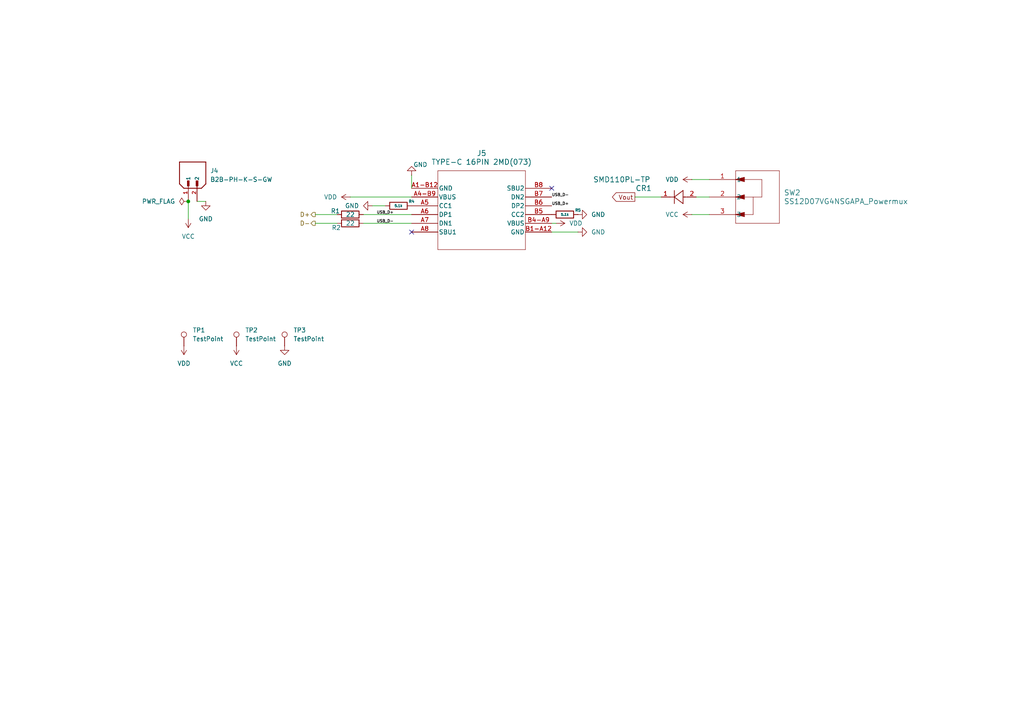
<source format=kicad_sch>
(kicad_sch
	(version 20231120)
	(generator "eeschema")
	(generator_version "8.0")
	(uuid "d71a2bca-483a-450e-85e9-6f9e8bde69b8")
	(paper "A4")
	(lib_symbols
		(symbol "B2B-XH-A:B2B-XH-A"
			(pin_names
				(offset 1.016)
			)
			(exclude_from_sim no)
			(in_bom yes)
			(on_board yes)
			(property "Reference" "J"
				(at -2.54 6.35 0)
				(effects
					(font
						(size 1.27 1.27)
					)
					(justify left bottom)
				)
			)
			(property "Value" "B2B-XH-A"
				(at -2.54 -5.08 0)
				(effects
					(font
						(size 1.27 1.27)
					)
					(justify left bottom)
				)
			)
			(property "Footprint" "B2B-XH-A:JST_B2B-XH-A"
				(at 0 0 0)
				(effects
					(font
						(size 1.27 1.27)
					)
					(justify bottom)
					(hide yes)
				)
			)
			(property "Datasheet" ""
				(at 0 0 0)
				(effects
					(font
						(size 1.27 1.27)
					)
					(hide yes)
				)
			)
			(property "Description" ""
				(at 0 0 0)
				(effects
					(font
						(size 1.27 1.27)
					)
					(hide yes)
				)
			)
			(property "PARTREV" "N/A"
				(at 0 0 0)
				(effects
					(font
						(size 1.27 1.27)
					)
					(justify bottom)
					(hide yes)
				)
			)
			(property "STANDARD" "Manufacturer Recommendations"
				(at 0 0 0)
				(effects
					(font
						(size 1.27 1.27)
					)
					(justify bottom)
					(hide yes)
				)
			)
			(property "MAXIMUM_PACKAGE_HEIGHT" "7 mm"
				(at 0 0 0)
				(effects
					(font
						(size 1.27 1.27)
					)
					(justify bottom)
					(hide yes)
				)
			)
			(property "MANUFACTURER" "JST Sales America Inc."
				(at 0 0 0)
				(effects
					(font
						(size 1.27 1.27)
					)
					(justify bottom)
					(hide yes)
				)
			)
			(symbol "B2B-XH-A_0_0"
				(rectangle
					(start -3.175 -0.3175)
					(end -1.5875 0.3175)
					(stroke
						(width 0.1)
						(type default)
					)
					(fill
						(type outline)
					)
				)
				(rectangle
					(start -3.175 2.2225)
					(end -1.5875 2.8575)
					(stroke
						(width 0.1)
						(type default)
					)
					(fill
						(type outline)
					)
				)
				(polyline
					(pts
						(xy -3.81 -1.27) (xy -2.54 -2.54)
					)
					(stroke
						(width 0.254)
						(type default)
					)
					(fill
						(type none)
					)
				)
				(polyline
					(pts
						(xy -3.81 3.81) (xy -3.81 -1.27)
					)
					(stroke
						(width 0.254)
						(type default)
					)
					(fill
						(type none)
					)
				)
				(polyline
					(pts
						(xy -3.81 3.81) (xy -2.54 5.08)
					)
					(stroke
						(width 0.254)
						(type default)
					)
					(fill
						(type none)
					)
				)
				(polyline
					(pts
						(xy -2.54 -2.54) (xy 3.81 -2.54)
					)
					(stroke
						(width 0.254)
						(type default)
					)
					(fill
						(type none)
					)
				)
				(polyline
					(pts
						(xy 3.81 -2.54) (xy 3.81 5.08)
					)
					(stroke
						(width 0.254)
						(type default)
					)
					(fill
						(type none)
					)
				)
				(polyline
					(pts
						(xy 3.81 5.08) (xy -2.54 5.08)
					)
					(stroke
						(width 0.254)
						(type default)
					)
					(fill
						(type none)
					)
				)
				(pin passive line
					(at -7.62 2.54 0)
					(length 5.08)
					(name "1"
						(effects
							(font
								(size 1.016 1.016)
							)
						)
					)
					(number "1"
						(effects
							(font
								(size 1.016 1.016)
							)
						)
					)
				)
				(pin passive line
					(at -7.62 0 0)
					(length 5.08)
					(name "2"
						(effects
							(font
								(size 1.016 1.016)
							)
						)
					)
					(number "2"
						(effects
							(font
								(size 1.016 1.016)
							)
						)
					)
				)
			)
		)
		(symbol "Connector:TestPoint"
			(pin_numbers hide)
			(pin_names
				(offset 0.762) hide)
			(exclude_from_sim no)
			(in_bom yes)
			(on_board yes)
			(property "Reference" "TP"
				(at 0 6.858 0)
				(effects
					(font
						(size 1.27 1.27)
					)
				)
			)
			(property "Value" "TestPoint"
				(at 0 5.08 0)
				(effects
					(font
						(size 1.27 1.27)
					)
				)
			)
			(property "Footprint" ""
				(at 5.08 0 0)
				(effects
					(font
						(size 1.27 1.27)
					)
					(hide yes)
				)
			)
			(property "Datasheet" "~"
				(at 5.08 0 0)
				(effects
					(font
						(size 1.27 1.27)
					)
					(hide yes)
				)
			)
			(property "Description" "test point"
				(at 0 0 0)
				(effects
					(font
						(size 1.27 1.27)
					)
					(hide yes)
				)
			)
			(property "ki_keywords" "test point tp"
				(at 0 0 0)
				(effects
					(font
						(size 1.27 1.27)
					)
					(hide yes)
				)
			)
			(property "ki_fp_filters" "Pin* Test*"
				(at 0 0 0)
				(effects
					(font
						(size 1.27 1.27)
					)
					(hide yes)
				)
			)
			(symbol "TestPoint_0_1"
				(circle
					(center 0 3.302)
					(radius 0.762)
					(stroke
						(width 0)
						(type default)
					)
					(fill
						(type none)
					)
				)
			)
			(symbol "TestPoint_1_1"
				(pin passive line
					(at 0 0 90)
					(length 2.54)
					(name "1"
						(effects
							(font
								(size 1.27 1.27)
							)
						)
					)
					(number "1"
						(effects
							(font
								(size 1.27 1.27)
							)
						)
					)
				)
			)
		)
		(symbol "Device:R"
			(pin_numbers hide)
			(pin_names
				(offset 0)
			)
			(exclude_from_sim no)
			(in_bom yes)
			(on_board yes)
			(property "Reference" "R"
				(at 2.032 0 90)
				(effects
					(font
						(size 1.27 1.27)
					)
				)
			)
			(property "Value" "R"
				(at 0 0 90)
				(effects
					(font
						(size 1.27 1.27)
					)
				)
			)
			(property "Footprint" ""
				(at -1.778 0 90)
				(effects
					(font
						(size 1.27 1.27)
					)
					(hide yes)
				)
			)
			(property "Datasheet" "~"
				(at 0 0 0)
				(effects
					(font
						(size 1.27 1.27)
					)
					(hide yes)
				)
			)
			(property "Description" "Resistor"
				(at 0 0 0)
				(effects
					(font
						(size 1.27 1.27)
					)
					(hide yes)
				)
			)
			(property "ki_keywords" "R res resistor"
				(at 0 0 0)
				(effects
					(font
						(size 1.27 1.27)
					)
					(hide yes)
				)
			)
			(property "ki_fp_filters" "R_*"
				(at 0 0 0)
				(effects
					(font
						(size 1.27 1.27)
					)
					(hide yes)
				)
			)
			(symbol "R_0_1"
				(rectangle
					(start -1.016 -2.54)
					(end 1.016 2.54)
					(stroke
						(width 0.254)
						(type default)
					)
					(fill
						(type none)
					)
				)
			)
			(symbol "R_1_1"
				(pin passive line
					(at 0 3.81 270)
					(length 1.27)
					(name "~"
						(effects
							(font
								(size 1.27 1.27)
							)
						)
					)
					(number "1"
						(effects
							(font
								(size 1.27 1.27)
							)
						)
					)
				)
				(pin passive line
					(at 0 -3.81 90)
					(length 1.27)
					(name "~"
						(effects
							(font
								(size 1.27 1.27)
							)
						)
					)
					(number "2"
						(effects
							(font
								(size 1.27 1.27)
							)
						)
					)
				)
			)
		)
		(symbol "Motor_Flasher_Modified:SMD110PL-TP"
			(pin_names
				(offset 0.254)
			)
			(exclude_from_sim no)
			(in_bom yes)
			(on_board yes)
			(property "Reference" "CR2"
				(at 5.08 -6.35 0)
				(effects
					(font
						(size 1.524 1.524)
					)
				)
			)
			(property "Value" "SMD110PL-TP"
				(at 5.08 -3.81 0)
				(effects
					(font
						(size 1.524 1.524)
					)
				)
			)
			(property "Footprint" "Motor-Flasher:SOD-123FL_MCC"
				(at -0.254 6.096 0)
				(effects
					(font
						(size 1.27 1.27)
						(italic yes)
					)
					(hide yes)
				)
			)
			(property "Datasheet" "SMD110PL-TP"
				(at -0.508 3.81 0)
				(effects
					(font
						(size 1.27 1.27)
						(italic yes)
					)
					(hide yes)
				)
			)
			(property "Description" ""
				(at 0 0 0)
				(effects
					(font
						(size 1.27 1.27)
					)
					(hide yes)
				)
			)
			(property "ki_locked" ""
				(at 0 0 0)
				(effects
					(font
						(size 1.27 1.27)
					)
				)
			)
			(property "ki_keywords" "SMD110PL-TP"
				(at 0 0 0)
				(effects
					(font
						(size 1.27 1.27)
					)
					(hide yes)
				)
			)
			(property "ki_fp_filters" "SOD-123FL_MCC SOD-123FL_MCC-M SOD-123FL_MCC-L"
				(at 0 0 0)
				(effects
					(font
						(size 1.27 1.27)
					)
					(hide yes)
				)
			)
			(symbol "SMD110PL-TP_1_1"
				(polyline
					(pts
						(xy 2.54 0) (xy 3.4798 0)
					)
					(stroke
						(width 0.2032)
						(type default)
					)
					(fill
						(type none)
					)
				)
				(polyline
					(pts
						(xy 3.175 0) (xy 3.81 0)
					)
					(stroke
						(width 0.2032)
						(type default)
					)
					(fill
						(type none)
					)
				)
				(polyline
					(pts
						(xy 3.81 -1.905) (xy 6.35 0)
					)
					(stroke
						(width 0.2032)
						(type default)
					)
					(fill
						(type none)
					)
				)
				(polyline
					(pts
						(xy 3.81 1.905) (xy 3.81 -1.905)
					)
					(stroke
						(width 0.2032)
						(type default)
					)
					(fill
						(type none)
					)
				)
				(polyline
					(pts
						(xy 6.35 -1.905) (xy 6.35 1.905)
					)
					(stroke
						(width 0.2032)
						(type default)
					)
					(fill
						(type none)
					)
				)
				(polyline
					(pts
						(xy 6.35 0) (xy 3.81 1.905)
					)
					(stroke
						(width 0.2032)
						(type default)
					)
					(fill
						(type none)
					)
				)
				(polyline
					(pts
						(xy 6.35 0) (xy 7.62 0)
					)
					(stroke
						(width 0.2032)
						(type default)
					)
					(fill
						(type none)
					)
				)
				(pin power_out line
					(at 10.16 0 180)
					(length 2.54)
					(name ""
						(effects
							(font
								(size 1.27 1.27)
							)
						)
					)
					(number "1"
						(effects
							(font
								(size 1.27 1.27)
							)
						)
					)
				)
				(pin power_in line
					(at 0 0 0)
					(length 2.54)
					(name ""
						(effects
							(font
								(size 1.27 1.27)
							)
						)
					)
					(number "2"
						(effects
							(font
								(size 1.27 1.27)
							)
						)
					)
				)
			)
			(symbol "SMD110PL-TP_1_2"
				(polyline
					(pts
						(xy -1.905 3.81) (xy 1.905 3.81)
					)
					(stroke
						(width 0.2032)
						(type default)
					)
					(fill
						(type none)
					)
				)
				(polyline
					(pts
						(xy 0 2.54) (xy 0 3.4798)
					)
					(stroke
						(width 0.2032)
						(type default)
					)
					(fill
						(type none)
					)
				)
				(polyline
					(pts
						(xy 0 3.175) (xy 0 3.81)
					)
					(stroke
						(width 0.2032)
						(type default)
					)
					(fill
						(type none)
					)
				)
				(polyline
					(pts
						(xy 0 6.35) (xy -1.905 3.81)
					)
					(stroke
						(width 0.2032)
						(type default)
					)
					(fill
						(type none)
					)
				)
				(polyline
					(pts
						(xy 0 6.35) (xy 0 7.62)
					)
					(stroke
						(width 0.2032)
						(type default)
					)
					(fill
						(type none)
					)
				)
				(polyline
					(pts
						(xy 1.905 3.81) (xy 0 6.35)
					)
					(stroke
						(width 0.2032)
						(type default)
					)
					(fill
						(type none)
					)
				)
				(polyline
					(pts
						(xy 1.905 6.35) (xy -1.905 6.35)
					)
					(stroke
						(width 0.2032)
						(type default)
					)
					(fill
						(type none)
					)
				)
				(pin unspecified line
					(at 0 10.16 270)
					(length 2.54)
					(name ""
						(effects
							(font
								(size 1.27 1.27)
							)
						)
					)
					(number "1"
						(effects
							(font
								(size 1.27 1.27)
							)
						)
					)
				)
				(pin unspecified line
					(at 0 0 90)
					(length 2.54)
					(name ""
						(effects
							(font
								(size 1.27 1.27)
							)
						)
					)
					(number "2"
						(effects
							(font
								(size 1.27 1.27)
							)
						)
					)
				)
			)
		)
		(symbol "Motor_Flasher_Modified:SS12D07VG4NSGAPA_Powermux"
			(pin_names
				(offset 0.254)
			)
			(exclude_from_sim no)
			(in_bom yes)
			(on_board yes)
			(property "Reference" "SW2"
				(at 21.59 -3.81 0)
				(effects
					(font
						(size 1.524 1.524)
					)
					(justify left)
				)
			)
			(property "Value" "SS12D07VG4NSGAPA_Powermux"
				(at 21.59 -6.35 0)
				(effects
					(font
						(size 1.524 1.524)
					)
					(justify left)
				)
			)
			(property "Footprint" "Motor-Flasher:SS12D07_CNK"
				(at 2.286 6.35 0)
				(effects
					(font
						(size 1.27 1.27)
						(italic yes)
					)
					(hide yes)
				)
			)
			(property "Datasheet" "SS12D07VG4NSGAPA"
				(at 0 8.382 0)
				(effects
					(font
						(size 1.27 1.27)
						(italic yes)
					)
					(hide yes)
				)
			)
			(property "Description" ""
				(at 0 0 0)
				(effects
					(font
						(size 1.27 1.27)
					)
					(hide yes)
				)
			)
			(property "ki_locked" ""
				(at 0 0 0)
				(effects
					(font
						(size 1.27 1.27)
					)
				)
			)
			(property "ki_keywords" "SS12D07VG4NSGAPA"
				(at 0 0 0)
				(effects
					(font
						(size 1.27 1.27)
					)
					(hide yes)
				)
			)
			(property "ki_fp_filters" "SS12D07_CNK"
				(at 0 0 0)
				(effects
					(font
						(size 1.27 1.27)
					)
					(hide yes)
				)
			)
			(symbol "SS12D07VG4NSGAPA_Powermux_0_1"
				(polyline
					(pts
						(xy 7.62 -12.7) (xy 20.32 -12.7)
					)
					(stroke
						(width 0.127)
						(type default)
					)
					(fill
						(type none)
					)
				)
				(polyline
					(pts
						(xy 7.62 -10.16) (xy 10.16 -9.525)
					)
					(stroke
						(width 0.127)
						(type default)
					)
					(fill
						(type none)
					)
				)
				(polyline
					(pts
						(xy 7.62 -5.08) (xy 10.16 -4.445)
					)
					(stroke
						(width 0.127)
						(type default)
					)
					(fill
						(type none)
					)
				)
				(polyline
					(pts
						(xy 7.62 -5.08) (xy 15.24 -5.08)
					)
					(stroke
						(width 0.127)
						(type default)
					)
					(fill
						(type none)
					)
				)
				(polyline
					(pts
						(xy 7.62 0) (xy 10.16 0.635)
					)
					(stroke
						(width 0.127)
						(type default)
					)
					(fill
						(type none)
					)
				)
				(polyline
					(pts
						(xy 7.62 0) (xy 15.24 0)
					)
					(stroke
						(width 0.127)
						(type default)
					)
					(fill
						(type none)
					)
				)
				(polyline
					(pts
						(xy 7.62 2.54) (xy 7.62 -12.7)
					)
					(stroke
						(width 0.127)
						(type default)
					)
					(fill
						(type none)
					)
				)
				(polyline
					(pts
						(xy 10.16 -10.795) (xy 7.62 -10.16)
					)
					(stroke
						(width 0.127)
						(type default)
					)
					(fill
						(type none)
					)
				)
				(polyline
					(pts
						(xy 10.16 -9.525) (xy 10.16 -10.795)
					)
					(stroke
						(width 0.127)
						(type default)
					)
					(fill
						(type none)
					)
				)
				(polyline
					(pts
						(xy 10.16 -5.715) (xy 7.62 -5.08)
					)
					(stroke
						(width 0.127)
						(type default)
					)
					(fill
						(type none)
					)
				)
				(polyline
					(pts
						(xy 10.16 -4.445) (xy 10.16 -5.715)
					)
					(stroke
						(width 0.127)
						(type default)
					)
					(fill
						(type none)
					)
				)
				(polyline
					(pts
						(xy 10.16 -0.635) (xy 7.62 0)
					)
					(stroke
						(width 0.127)
						(type default)
					)
					(fill
						(type none)
					)
				)
				(polyline
					(pts
						(xy 10.16 0.635) (xy 10.16 -0.635)
					)
					(stroke
						(width 0.127)
						(type default)
					)
					(fill
						(type none)
					)
				)
				(polyline
					(pts
						(xy 12.7 -10.16) (xy 7.62 -10.16)
					)
					(stroke
						(width 0.127)
						(type default)
					)
					(fill
						(type none)
					)
				)
				(polyline
					(pts
						(xy 12.7 -5.08) (xy 12.7 -10.16)
					)
					(stroke
						(width 0.127)
						(type default)
					)
					(fill
						(type none)
					)
				)
				(polyline
					(pts
						(xy 15.24 0) (xy 15.24 -5.08)
					)
					(stroke
						(width 0.127)
						(type default)
					)
					(fill
						(type none)
					)
				)
				(polyline
					(pts
						(xy 20.32 -12.7) (xy 20.32 2.54)
					)
					(stroke
						(width 0.127)
						(type default)
					)
					(fill
						(type none)
					)
				)
				(polyline
					(pts
						(xy 20.32 2.54) (xy 7.62 2.54)
					)
					(stroke
						(width 0.127)
						(type default)
					)
					(fill
						(type none)
					)
				)
				(polyline
					(pts
						(xy 7.62 -10.16) (xy 10.16 -9.525) (xy 10.16 -10.795)
					)
					(stroke
						(width 0)
						(type default)
					)
					(fill
						(type outline)
					)
				)
				(polyline
					(pts
						(xy 7.62 -5.08) (xy 10.16 -4.445) (xy 10.16 -5.715)
					)
					(stroke
						(width 0)
						(type default)
					)
					(fill
						(type outline)
					)
				)
				(polyline
					(pts
						(xy 7.62 0) (xy 10.16 0.635) (xy 10.16 -0.635)
					)
					(stroke
						(width 0)
						(type default)
					)
					(fill
						(type outline)
					)
				)
			)
			(symbol "SS12D07VG4NSGAPA_Powermux_1_1"
				(pin power_in line
					(at 0 0 0)
					(length 7.62)
					(name "1"
						(effects
							(font
								(size 1.27 1.27)
							)
						)
					)
					(number "1"
						(effects
							(font
								(size 1.27 1.27)
							)
						)
					)
				)
				(pin power_out line
					(at 0 -5.08 0)
					(length 7.62)
					(name "2"
						(effects
							(font
								(size 1.27 1.27)
							)
						)
					)
					(number "2"
						(effects
							(font
								(size 1.27 1.27)
							)
						)
					)
				)
				(pin power_in line
					(at 0 -10.16 0)
					(length 7.62)
					(name "3"
						(effects
							(font
								(size 1.27 1.27)
							)
						)
					)
					(number "3"
						(effects
							(font
								(size 1.27 1.27)
							)
						)
					)
				)
			)
		)
		(symbol "Motor_Flasher_Modified:TYPE-C_16PIN_2MD(073)"
			(pin_names
				(offset 0.254)
			)
			(exclude_from_sim no)
			(in_bom yes)
			(on_board yes)
			(property "Reference" "J1"
				(at 20.32 10.16 0)
				(effects
					(font
						(size 1.524 1.524)
					)
				)
			)
			(property "Value" "TYPE-C 16PIN 2MD(073)"
				(at 20.32 7.62 0)
				(effects
					(font
						(size 1.524 1.524)
					)
				)
			)
			(property "Footprint" "Motor-Flasher:GCT_USB4105-GF-A"
				(at 0 0 0)
				(effects
					(font
						(size 1.27 1.27)
						(italic yes)
					)
					(hide yes)
				)
			)
			(property "Datasheet" "USB4105-GF-A"
				(at 0 0 0)
				(effects
					(font
						(size 1.27 1.27)
						(italic yes)
					)
					(hide yes)
				)
			)
			(property "Description" ""
				(at 0 0 0)
				(effects
					(font
						(size 1.27 1.27)
					)
					(hide yes)
				)
			)
			(property "ki_locked" ""
				(at 0 0 0)
				(effects
					(font
						(size 1.27 1.27)
					)
				)
			)
			(property "ki_keywords" "USB4105-GF-A"
				(at 0 0 0)
				(effects
					(font
						(size 1.27 1.27)
					)
					(hide yes)
				)
			)
			(property "ki_fp_filters" "USB4105_GCT"
				(at 0 0 0)
				(effects
					(font
						(size 1.27 1.27)
					)
					(hide yes)
				)
			)
			(symbol "TYPE-C_16PIN_2MD(073)_0_1"
				(polyline
					(pts
						(xy 7.62 -17.78) (xy 33.02 -17.78)
					)
					(stroke
						(width 0.127)
						(type default)
					)
					(fill
						(type none)
					)
				)
				(polyline
					(pts
						(xy 7.62 5.08) (xy 7.62 -17.78)
					)
					(stroke
						(width 0.127)
						(type default)
					)
					(fill
						(type none)
					)
				)
				(polyline
					(pts
						(xy 33.02 -17.78) (xy 33.02 5.08)
					)
					(stroke
						(width 0.127)
						(type default)
					)
					(fill
						(type none)
					)
				)
				(polyline
					(pts
						(xy 33.02 5.08) (xy 7.62 5.08)
					)
					(stroke
						(width 0.127)
						(type default)
					)
					(fill
						(type none)
					)
				)
				(pin power_out line
					(at 0 0 0)
					(length 7.62)
					(name "GND"
						(effects
							(font
								(size 1.27 1.27)
							)
						)
					)
					(number "A1-B12"
						(effects
							(font
								(size 1.27 1.27)
							)
						)
					)
				)
				(pin bidirectional line
					(at 0 -5.08 0)
					(length 7.62)
					(name "CC1"
						(effects
							(font
								(size 1.27 1.27)
							)
						)
					)
					(number "A5"
						(effects
							(font
								(size 1.27 1.27)
							)
						)
					)
				)
				(pin bidirectional line
					(at 0 -7.62 0)
					(length 7.62)
					(name "DP1"
						(effects
							(font
								(size 1.27 1.27)
							)
						)
					)
					(number "A6"
						(effects
							(font
								(size 1.27 1.27)
							)
						)
					)
				)
				(pin bidirectional line
					(at 0 -10.16 0)
					(length 7.62)
					(name "DN1"
						(effects
							(font
								(size 1.27 1.27)
							)
						)
					)
					(number "A7"
						(effects
							(font
								(size 1.27 1.27)
							)
						)
					)
				)
				(pin bidirectional line
					(at 0 -12.7 0)
					(length 7.62)
					(name "SBU1"
						(effects
							(font
								(size 1.27 1.27)
							)
						)
					)
					(number "A8"
						(effects
							(font
								(size 1.27 1.27)
							)
						)
					)
				)
				(pin bidirectional line
					(at 40.64 -7.62 180)
					(length 7.62)
					(name "CC2"
						(effects
							(font
								(size 1.27 1.27)
							)
						)
					)
					(number "B5"
						(effects
							(font
								(size 1.27 1.27)
							)
						)
					)
				)
				(pin bidirectional line
					(at 40.64 -5.08 180)
					(length 7.62)
					(name "DP2"
						(effects
							(font
								(size 1.27 1.27)
							)
						)
					)
					(number "B6"
						(effects
							(font
								(size 1.27 1.27)
							)
						)
					)
				)
				(pin bidirectional line
					(at 40.64 -2.54 180)
					(length 7.62)
					(name "DN2"
						(effects
							(font
								(size 1.27 1.27)
							)
						)
					)
					(number "B7"
						(effects
							(font
								(size 1.27 1.27)
							)
						)
					)
				)
				(pin bidirectional line
					(at 40.64 0 180)
					(length 7.62)
					(name "SBU2"
						(effects
							(font
								(size 1.27 1.27)
							)
						)
					)
					(number "B8"
						(effects
							(font
								(size 1.27 1.27)
							)
						)
					)
				)
			)
			(symbol "TYPE-C_16PIN_2MD(073)_1_1"
				(pin power_out line
					(at 0 -2.54 0)
					(length 7.62)
					(name "VBUS"
						(effects
							(font
								(size 1.27 1.27)
							)
						)
					)
					(number "A4-B9"
						(effects
							(font
								(size 1.27 1.27)
							)
						)
					)
				)
				(pin power_in line
					(at 40.64 -12.7 180)
					(length 7.62)
					(name "GND"
						(effects
							(font
								(size 1.27 1.27)
							)
						)
					)
					(number "B1-A12"
						(effects
							(font
								(size 1.27 1.27)
							)
						)
					)
				)
				(pin power_in line
					(at 40.64 -10.16 180)
					(length 7.62)
					(name "VBUS"
						(effects
							(font
								(size 1.27 1.27)
							)
						)
					)
					(number "B4-A9"
						(effects
							(font
								(size 1.27 1.27)
							)
						)
					)
				)
			)
		)
		(symbol "VCC_1"
			(power)
			(pin_numbers hide)
			(pin_names
				(offset 0) hide)
			(exclude_from_sim no)
			(in_bom yes)
			(on_board yes)
			(property "Reference" "#PWR"
				(at 0 -3.81 0)
				(effects
					(font
						(size 1.27 1.27)
					)
					(hide yes)
				)
			)
			(property "Value" "VCC"
				(at 0 3.556 0)
				(effects
					(font
						(size 1.27 1.27)
					)
				)
			)
			(property "Footprint" ""
				(at 0 0 0)
				(effects
					(font
						(size 1.27 1.27)
					)
					(hide yes)
				)
			)
			(property "Datasheet" ""
				(at 0 0 0)
				(effects
					(font
						(size 1.27 1.27)
					)
					(hide yes)
				)
			)
			(property "Description" "Power symbol creates a global label with name \"VCC\""
				(at 0 0 0)
				(effects
					(font
						(size 1.27 1.27)
					)
					(hide yes)
				)
			)
			(property "ki_keywords" "global power"
				(at 0 0 0)
				(effects
					(font
						(size 1.27 1.27)
					)
					(hide yes)
				)
			)
			(symbol "VCC_1_0_1"
				(polyline
					(pts
						(xy -0.762 1.27) (xy 0 2.54)
					)
					(stroke
						(width 0)
						(type default)
					)
					(fill
						(type none)
					)
				)
				(polyline
					(pts
						(xy 0 0) (xy 0 2.54)
					)
					(stroke
						(width 0)
						(type default)
					)
					(fill
						(type none)
					)
				)
				(polyline
					(pts
						(xy 0 2.54) (xy 0.762 1.27)
					)
					(stroke
						(width 0)
						(type default)
					)
					(fill
						(type none)
					)
				)
			)
			(symbol "VCC_1_1_1"
				(pin power_in line
					(at 0 0 90)
					(length 0)
					(name "~"
						(effects
							(font
								(size 1.27 1.27)
							)
						)
					)
					(number "1"
						(effects
							(font
								(size 1.27 1.27)
							)
						)
					)
				)
			)
		)
		(symbol "VCC_2"
			(power)
			(pin_numbers hide)
			(pin_names
				(offset 0) hide)
			(exclude_from_sim no)
			(in_bom yes)
			(on_board yes)
			(property "Reference" "#PWR"
				(at 0 -3.81 0)
				(effects
					(font
						(size 1.27 1.27)
					)
					(hide yes)
				)
			)
			(property "Value" "VCC"
				(at 0 3.556 0)
				(effects
					(font
						(size 1.27 1.27)
					)
				)
			)
			(property "Footprint" ""
				(at 0 0 0)
				(effects
					(font
						(size 1.27 1.27)
					)
					(hide yes)
				)
			)
			(property "Datasheet" ""
				(at 0 0 0)
				(effects
					(font
						(size 1.27 1.27)
					)
					(hide yes)
				)
			)
			(property "Description" "Power symbol creates a global label with name \"VCC\""
				(at 0 0 0)
				(effects
					(font
						(size 1.27 1.27)
					)
					(hide yes)
				)
			)
			(property "ki_keywords" "global power"
				(at 0 0 0)
				(effects
					(font
						(size 1.27 1.27)
					)
					(hide yes)
				)
			)
			(symbol "VCC_2_0_1"
				(polyline
					(pts
						(xy -0.762 1.27) (xy 0 2.54)
					)
					(stroke
						(width 0)
						(type default)
					)
					(fill
						(type none)
					)
				)
				(polyline
					(pts
						(xy 0 0) (xy 0 2.54)
					)
					(stroke
						(width 0)
						(type default)
					)
					(fill
						(type none)
					)
				)
				(polyline
					(pts
						(xy 0 2.54) (xy 0.762 1.27)
					)
					(stroke
						(width 0)
						(type default)
					)
					(fill
						(type none)
					)
				)
			)
			(symbol "VCC_2_1_1"
				(pin power_in line
					(at 0 0 90)
					(length 0)
					(name "~"
						(effects
							(font
								(size 1.27 1.27)
							)
						)
					)
					(number "1"
						(effects
							(font
								(size 1.27 1.27)
							)
						)
					)
				)
			)
		)
		(symbol "power:GND"
			(power)
			(pin_numbers hide)
			(pin_names
				(offset 0) hide)
			(exclude_from_sim no)
			(in_bom yes)
			(on_board yes)
			(property "Reference" "#PWR"
				(at 0 -6.35 0)
				(effects
					(font
						(size 1.27 1.27)
					)
					(hide yes)
				)
			)
			(property "Value" "GND"
				(at 0 -3.81 0)
				(effects
					(font
						(size 1.27 1.27)
					)
				)
			)
			(property "Footprint" ""
				(at 0 0 0)
				(effects
					(font
						(size 1.27 1.27)
					)
					(hide yes)
				)
			)
			(property "Datasheet" ""
				(at 0 0 0)
				(effects
					(font
						(size 1.27 1.27)
					)
					(hide yes)
				)
			)
			(property "Description" "Power symbol creates a global label with name \"GND\" , ground"
				(at 0 0 0)
				(effects
					(font
						(size 1.27 1.27)
					)
					(hide yes)
				)
			)
			(property "ki_keywords" "global power"
				(at 0 0 0)
				(effects
					(font
						(size 1.27 1.27)
					)
					(hide yes)
				)
			)
			(symbol "GND_0_1"
				(polyline
					(pts
						(xy 0 0) (xy 0 -1.27) (xy 1.27 -1.27) (xy 0 -2.54) (xy -1.27 -1.27) (xy 0 -1.27)
					)
					(stroke
						(width 0)
						(type default)
					)
					(fill
						(type none)
					)
				)
			)
			(symbol "GND_1_1"
				(pin power_in line
					(at 0 0 270)
					(length 0)
					(name "~"
						(effects
							(font
								(size 1.27 1.27)
							)
						)
					)
					(number "1"
						(effects
							(font
								(size 1.27 1.27)
							)
						)
					)
				)
			)
		)
		(symbol "power:PWR_FLAG"
			(power)
			(pin_numbers hide)
			(pin_names
				(offset 0) hide)
			(exclude_from_sim no)
			(in_bom yes)
			(on_board yes)
			(property "Reference" "#FLG"
				(at 0 1.905 0)
				(effects
					(font
						(size 1.27 1.27)
					)
					(hide yes)
				)
			)
			(property "Value" "PWR_FLAG"
				(at 0 3.81 0)
				(effects
					(font
						(size 1.27 1.27)
					)
				)
			)
			(property "Footprint" ""
				(at 0 0 0)
				(effects
					(font
						(size 1.27 1.27)
					)
					(hide yes)
				)
			)
			(property "Datasheet" "~"
				(at 0 0 0)
				(effects
					(font
						(size 1.27 1.27)
					)
					(hide yes)
				)
			)
			(property "Description" "Special symbol for telling ERC where power comes from"
				(at 0 0 0)
				(effects
					(font
						(size 1.27 1.27)
					)
					(hide yes)
				)
			)
			(property "ki_keywords" "flag power"
				(at 0 0 0)
				(effects
					(font
						(size 1.27 1.27)
					)
					(hide yes)
				)
			)
			(symbol "PWR_FLAG_0_0"
				(pin power_out line
					(at 0 0 90)
					(length 0)
					(name "~"
						(effects
							(font
								(size 1.27 1.27)
							)
						)
					)
					(number "1"
						(effects
							(font
								(size 1.27 1.27)
							)
						)
					)
				)
			)
			(symbol "PWR_FLAG_0_1"
				(polyline
					(pts
						(xy 0 0) (xy 0 1.27) (xy -1.016 1.905) (xy 0 2.54) (xy 1.016 1.905) (xy 0 1.27)
					)
					(stroke
						(width 0)
						(type default)
					)
					(fill
						(type none)
					)
				)
			)
		)
		(symbol "power:VDD"
			(power)
			(pin_numbers hide)
			(pin_names
				(offset 0) hide)
			(exclude_from_sim no)
			(in_bom yes)
			(on_board yes)
			(property "Reference" "#PWR"
				(at 0 -3.81 0)
				(effects
					(font
						(size 1.27 1.27)
					)
					(hide yes)
				)
			)
			(property "Value" "VDD"
				(at 0 3.556 0)
				(effects
					(font
						(size 1.27 1.27)
					)
				)
			)
			(property "Footprint" ""
				(at 0 0 0)
				(effects
					(font
						(size 1.27 1.27)
					)
					(hide yes)
				)
			)
			(property "Datasheet" ""
				(at 0 0 0)
				(effects
					(font
						(size 1.27 1.27)
					)
					(hide yes)
				)
			)
			(property "Description" "Power symbol creates a global label with name \"VDD\""
				(at 0 0 0)
				(effects
					(font
						(size 1.27 1.27)
					)
					(hide yes)
				)
			)
			(property "ki_keywords" "global power"
				(at 0 0 0)
				(effects
					(font
						(size 1.27 1.27)
					)
					(hide yes)
				)
			)
			(symbol "VDD_0_1"
				(polyline
					(pts
						(xy -0.762 1.27) (xy 0 2.54)
					)
					(stroke
						(width 0)
						(type default)
					)
					(fill
						(type none)
					)
				)
				(polyline
					(pts
						(xy 0 0) (xy 0 2.54)
					)
					(stroke
						(width 0)
						(type default)
					)
					(fill
						(type none)
					)
				)
				(polyline
					(pts
						(xy 0 2.54) (xy 0.762 1.27)
					)
					(stroke
						(width 0)
						(type default)
					)
					(fill
						(type none)
					)
				)
			)
			(symbol "VDD_1_1"
				(pin power_in line
					(at 0 0 90)
					(length 0)
					(name "~"
						(effects
							(font
								(size 1.27 1.27)
							)
						)
					)
					(number "1"
						(effects
							(font
								(size 1.27 1.27)
							)
						)
					)
				)
			)
		)
	)
	(junction
		(at 54.61 58.42)
		(diameter 0)
		(color 0 0 0 0)
		(uuid "6069972c-7379-4717-a0b3-92a453566331")
	)
	(no_connect
		(at 160.02 54.61)
		(uuid "744d34dc-fdf7-4fa1-a4bb-78d745980506")
	)
	(no_connect
		(at 119.38 67.31)
		(uuid "d741b14a-6489-458c-869f-a92c48d76d49")
	)
	(wire
		(pts
			(xy 54.61 58.42) (xy 54.61 63.5)
		)
		(stroke
			(width 0)
			(type default)
		)
		(uuid "05cf3c86-1eac-42b9-8981-b99065d7b633")
	)
	(wire
		(pts
			(xy 59.69 58.42) (xy 57.15 58.42)
		)
		(stroke
			(width 0)
			(type default)
		)
		(uuid "1240989a-b4a7-4ae4-932c-9a34db888a46")
	)
	(wire
		(pts
			(xy 160.02 67.31) (xy 167.64 67.31)
		)
		(stroke
			(width 0)
			(type default)
		)
		(uuid "1687654b-17e0-4720-9a1a-eb9221666190")
	)
	(wire
		(pts
			(xy 107.95 59.69) (xy 111.76 59.69)
		)
		(stroke
			(width 0)
			(type default)
		)
		(uuid "345fb08d-5c67-4e51-9079-d7d133e2b69d")
	)
	(wire
		(pts
			(xy 200.66 62.23) (xy 205.74 62.23)
		)
		(stroke
			(width 0)
			(type default)
		)
		(uuid "4ff8fe90-cf37-40d5-b9ee-bebe56f900be")
	)
	(wire
		(pts
			(xy 101.6 57.15) (xy 119.38 57.15)
		)
		(stroke
			(width 0)
			(type default)
		)
		(uuid "5320808a-bcb3-4832-bcdf-95beffaf4af5")
	)
	(wire
		(pts
			(xy 97.79 62.23) (xy 91.44 62.23)
		)
		(stroke
			(width 0)
			(type default)
		)
		(uuid "62320a35-460a-488a-9850-62f608729ae5")
	)
	(wire
		(pts
			(xy 119.38 50.8) (xy 119.38 54.61)
		)
		(stroke
			(width 0)
			(type default)
		)
		(uuid "68b37b28-5e5c-403e-900d-6082145db4d9")
	)
	(wire
		(pts
			(xy 105.41 64.77) (xy 119.38 64.77)
		)
		(stroke
			(width 0)
			(type default)
		)
		(uuid "6d2d1b5b-939b-47ca-88b8-39f4bddd5454")
	)
	(wire
		(pts
			(xy 200.66 52.07) (xy 205.74 52.07)
		)
		(stroke
			(width 0)
			(type default)
		)
		(uuid "887c08c6-05b4-42b2-88e5-10c3bb9bad2d")
	)
	(wire
		(pts
			(xy 105.41 62.23) (xy 119.38 62.23)
		)
		(stroke
			(width 0)
			(type default)
		)
		(uuid "96e9f3be-1c9a-4972-81b7-2c5f8dba53b8")
	)
	(wire
		(pts
			(xy 161.29 64.77) (xy 160.02 64.77)
		)
		(stroke
			(width 0)
			(type default)
		)
		(uuid "97f17514-c47c-4692-bef3-c2598d077835")
	)
	(wire
		(pts
			(xy 91.44 64.77) (xy 97.79 64.77)
		)
		(stroke
			(width 0)
			(type default)
		)
		(uuid "aed6e265-1d02-47f0-a8d3-612fe6fb276e")
	)
	(wire
		(pts
			(xy 201.93 57.15) (xy 205.74 57.15)
		)
		(stroke
			(width 0)
			(type default)
		)
		(uuid "b35c7fa7-3b92-4d5f-91a7-f425931c4739")
	)
	(wire
		(pts
			(xy 184.15 57.15) (xy 191.77 57.15)
		)
		(stroke
			(width 0)
			(type default)
		)
		(uuid "c05cfa79-6f77-406e-a974-1b1524f958bd")
	)
	(label "USB_D+"
		(at 109.22 62.23 0)
		(fields_autoplaced yes)
		(effects
			(font
				(size 0.8 0.8)
			)
			(justify left bottom)
		)
		(uuid "04b2e5ff-b4fe-417d-a96d-930439deeb22")
	)
	(label "USB_D-"
		(at 109.22 64.77 0)
		(fields_autoplaced yes)
		(effects
			(font
				(size 0.8 0.8)
			)
			(justify left bottom)
		)
		(uuid "34a810c1-4f11-430b-99d8-fb84d67f377e")
	)
	(label "USB_D+"
		(at 160.02 59.69 0)
		(fields_autoplaced yes)
		(effects
			(font
				(size 0.8 0.8)
			)
			(justify left bottom)
		)
		(uuid "4cc7bcc6-f0e6-4f93-8f43-c8bf54b1cbfa")
	)
	(label "USB_D-"
		(at 160.02 57.15 0)
		(fields_autoplaced yes)
		(effects
			(font
				(size 0.8 0.8)
			)
			(justify left bottom)
		)
		(uuid "fe157b4d-7f9e-4206-bbc9-a3ec65089c44")
	)
	(global_label "Vout"
		(shape output)
		(at 184.15 57.15 180)
		(fields_autoplaced yes)
		(effects
			(font
				(size 1.27 1.27)
			)
			(justify right)
		)
		(uuid "b3cfae1a-38bc-4cdd-945f-815716db6ee9")
		(property "Intersheetrefs" "${INTERSHEET_REFS}"
			(at 177.0525 57.15 0)
			(effects
				(font
					(size 1.27 1.27)
				)
				(justify right)
				(hide yes)
			)
		)
	)
	(hierarchical_label "D-"
		(shape output)
		(at 91.44 64.77 180)
		(fields_autoplaced yes)
		(effects
			(font
				(size 1.27 1.27)
			)
			(justify right)
		)
		(uuid "8e430c7e-181c-461c-a9c0-81e70746d732")
	)
	(hierarchical_label "D+"
		(shape output)
		(at 91.44 62.23 180)
		(fields_autoplaced yes)
		(effects
			(font
				(size 1.27 1.27)
			)
			(justify right)
		)
		(uuid "99b0c9ff-7f9f-4715-bafd-7bed2ae6f701")
	)
	(symbol
		(lib_id "power:GND")
		(at 119.38 50.8 180)
		(unit 1)
		(exclude_from_sim no)
		(in_bom yes)
		(on_board yes)
		(dnp no)
		(uuid "18daedaa-c6e8-4915-83f5-6c4862b20871")
		(property "Reference" "#PWR0125"
			(at 119.38 44.45 0)
			(effects
				(font
					(size 1.27 1.27)
				)
				(hide yes)
			)
		)
		(property "Value" "GND"
			(at 119.888 47.752 0)
			(effects
				(font
					(size 1.27 1.27)
				)
				(justify right)
			)
		)
		(property "Footprint" ""
			(at 119.38 50.8 0)
			(effects
				(font
					(size 1.27 1.27)
				)
				(hide yes)
			)
		)
		(property "Datasheet" ""
			(at 119.38 50.8 0)
			(effects
				(font
					(size 1.27 1.27)
				)
				(hide yes)
			)
		)
		(property "Description" "Power symbol creates a global label with name \"GND\" , ground"
			(at 119.38 50.8 0)
			(effects
				(font
					(size 1.27 1.27)
				)
				(hide yes)
			)
		)
		(pin "1"
			(uuid "0a44b7f0-a9e0-4f7a-aaff-6e26ac92b6fa")
		)
		(instances
			(project "Motor Programmer Rev. 2"
				(path "/011ae556-31c3-4ee2-a722-f56ffd3fdd08/08bfa4ec-fb4c-4b28-8ef2-d1f54c14b331"
					(reference "#PWR0125")
					(unit 1)
				)
			)
		)
	)
	(symbol
		(lib_id "power:GND")
		(at 82.55 100.33 0)
		(unit 1)
		(exclude_from_sim no)
		(in_bom yes)
		(on_board yes)
		(dnp no)
		(fields_autoplaced yes)
		(uuid "29b9f915-852c-4a81-96f0-b69f48f97972")
		(property "Reference" "#PWR067"
			(at 82.55 106.68 0)
			(effects
				(font
					(size 1.27 1.27)
				)
				(hide yes)
			)
		)
		(property "Value" "GND"
			(at 82.55 105.41 0)
			(effects
				(font
					(size 1.27 1.27)
				)
			)
		)
		(property "Footprint" ""
			(at 82.55 100.33 0)
			(effects
				(font
					(size 1.27 1.27)
				)
				(hide yes)
			)
		)
		(property "Datasheet" ""
			(at 82.55 100.33 0)
			(effects
				(font
					(size 1.27 1.27)
				)
				(hide yes)
			)
		)
		(property "Description" "Power symbol creates a global label with name \"GND\" , ground"
			(at 82.55 100.33 0)
			(effects
				(font
					(size 1.27 1.27)
				)
				(hide yes)
			)
		)
		(pin "1"
			(uuid "9526b478-c20c-472d-b897-88e88ee173f1")
		)
		(instances
			(project "motor-flasher"
				(path "/011ae556-31c3-4ee2-a722-f56ffd3fdd08/08bfa4ec-fb4c-4b28-8ef2-d1f54c14b331"
					(reference "#PWR067")
					(unit 1)
				)
			)
		)
	)
	(symbol
		(lib_id "B2B-XH-A:B2B-XH-A")
		(at 57.15 50.8 90)
		(unit 1)
		(exclude_from_sim no)
		(in_bom yes)
		(on_board yes)
		(dnp no)
		(fields_autoplaced yes)
		(uuid "2dff992c-9b0d-4501-bfc1-bb98e295340b")
		(property "Reference" "J4"
			(at 60.96 49.53 90)
			(effects
				(font
					(size 1.27 1.27)
				)
				(justify right)
			)
		)
		(property "Value" "B2B-PH-K-S-GW"
			(at 60.96 52.07 90)
			(effects
				(font
					(size 1.27 1.27)
				)
				(justify right)
			)
		)
		(property "Footprint" "Motor-Flasher:JST_B2B-XH-A"
			(at 57.15 50.8 0)
			(effects
				(font
					(size 1.27 1.27)
				)
				(justify bottom)
				(hide yes)
			)
		)
		(property "Datasheet" ""
			(at 57.15 50.8 0)
			(effects
				(font
					(size 1.27 1.27)
				)
				(hide yes)
			)
		)
		(property "Description" ""
			(at 57.15 50.8 0)
			(effects
				(font
					(size 1.27 1.27)
				)
				(hide yes)
			)
		)
		(property "PARTREV" "N/A"
			(at 57.15 50.8 0)
			(effects
				(font
					(size 1.27 1.27)
				)
				(justify bottom)
				(hide yes)
			)
		)
		(property "STANDARD" "Manufacturer Recommendations"
			(at 57.15 50.8 0)
			(effects
				(font
					(size 1.27 1.27)
				)
				(justify bottom)
				(hide yes)
			)
		)
		(property "MAXIMUM_PACKAGE_HEIGHT" "7 mm"
			(at 57.15 50.8 0)
			(effects
				(font
					(size 1.27 1.27)
				)
				(justify bottom)
				(hide yes)
			)
		)
		(property "MANUFACTURER" "JST Sales America Inc."
			(at 57.15 50.8 0)
			(effects
				(font
					(size 1.27 1.27)
				)
				(justify bottom)
				(hide yes)
			)
		)
		(pin "1"
			(uuid "ed89a2aa-dcdd-4902-bcd3-2fa3ac0e767f")
		)
		(pin "2"
			(uuid "68fe3422-7b1a-432f-85ff-b4bd6c51f0d9")
		)
		(instances
			(project "Motor Programmer Rev. 2"
				(path "/011ae556-31c3-4ee2-a722-f56ffd3fdd08/08bfa4ec-fb4c-4b28-8ef2-d1f54c14b331"
					(reference "J4")
					(unit 1)
				)
			)
		)
	)
	(symbol
		(lib_id "power:VDD")
		(at 101.6 57.15 90)
		(unit 1)
		(exclude_from_sim no)
		(in_bom yes)
		(on_board yes)
		(dnp no)
		(fields_autoplaced yes)
		(uuid "377444d8-8a41-447d-a8f1-4ecb28b14908")
		(property "Reference" "#PWR038"
			(at 105.41 57.15 0)
			(effects
				(font
					(size 1.27 1.27)
				)
				(hide yes)
			)
		)
		(property "Value" "VDD"
			(at 97.79 57.1499 90)
			(effects
				(font
					(size 1.27 1.27)
				)
				(justify left)
			)
		)
		(property "Footprint" ""
			(at 101.6 57.15 0)
			(effects
				(font
					(size 1.27 1.27)
				)
				(hide yes)
			)
		)
		(property "Datasheet" ""
			(at 101.6 57.15 0)
			(effects
				(font
					(size 1.27 1.27)
				)
				(hide yes)
			)
		)
		(property "Description" "Power symbol creates a global label with name \"VDD\""
			(at 101.6 57.15 0)
			(effects
				(font
					(size 1.27 1.27)
				)
				(hide yes)
			)
		)
		(pin "1"
			(uuid "29252e24-c5f6-4514-a8f3-3f5df0a31ca9")
		)
		(instances
			(project ""
				(path "/011ae556-31c3-4ee2-a722-f56ffd3fdd08/08bfa4ec-fb4c-4b28-8ef2-d1f54c14b331"
					(reference "#PWR038")
					(unit 1)
				)
			)
		)
	)
	(symbol
		(lib_id "Device:R")
		(at 101.6 62.23 90)
		(unit 1)
		(exclude_from_sim no)
		(in_bom yes)
		(on_board yes)
		(dnp no)
		(uuid "51c58f33-fe33-4b3f-892a-33cf2b262b29")
		(property "Reference" "R1"
			(at 97.282 61.214 90)
			(effects
				(font
					(size 1.27 1.27)
				)
			)
		)
		(property "Value" "22"
			(at 101.6 62.23 90)
			(effects
				(font
					(size 1.27 1.27)
				)
			)
		)
		(property "Footprint" "Resistor_SMD:R_0402_1005Metric"
			(at 101.6 64.008 90)
			(effects
				(font
					(size 1.27 1.27)
				)
				(hide yes)
			)
		)
		(property "Datasheet" "~"
			(at 101.6 62.23 0)
			(effects
				(font
					(size 1.27 1.27)
				)
				(hide yes)
			)
		)
		(property "Description" ""
			(at 101.6 62.23 0)
			(effects
				(font
					(size 1.27 1.27)
				)
				(hide yes)
			)
		)
		(pin "1"
			(uuid "79c8c6a9-6caa-48ab-946b-ac44fec54679")
		)
		(pin "2"
			(uuid "f42aad01-d271-43cb-a27b-3080433a5da6")
		)
		(instances
			(project "Motor Programmer Rev. 2"
				(path "/011ae556-31c3-4ee2-a722-f56ffd3fdd08/08bfa4ec-fb4c-4b28-8ef2-d1f54c14b331"
					(reference "R1")
					(unit 1)
				)
			)
		)
	)
	(symbol
		(lib_id "power:VDD")
		(at 200.66 52.07 90)
		(unit 1)
		(exclude_from_sim no)
		(in_bom yes)
		(on_board yes)
		(dnp no)
		(fields_autoplaced yes)
		(uuid "5bf4a264-6b93-4114-8c71-33ea30649b3d")
		(property "Reference" "#PWR028"
			(at 204.47 52.07 0)
			(effects
				(font
					(size 1.27 1.27)
				)
				(hide yes)
			)
		)
		(property "Value" "VDD"
			(at 196.85 52.0699 90)
			(effects
				(font
					(size 1.27 1.27)
				)
				(justify left)
			)
		)
		(property "Footprint" ""
			(at 200.66 52.07 0)
			(effects
				(font
					(size 1.27 1.27)
				)
				(hide yes)
			)
		)
		(property "Datasheet" ""
			(at 200.66 52.07 0)
			(effects
				(font
					(size 1.27 1.27)
				)
				(hide yes)
			)
		)
		(property "Description" "Power symbol creates a global label with name \"VDD\""
			(at 200.66 52.07 0)
			(effects
				(font
					(size 1.27 1.27)
				)
				(hide yes)
			)
		)
		(pin "1"
			(uuid "ca269cce-1c5b-41cc-9a8e-f9ba77b9f5c6")
		)
		(instances
			(project ""
				(path "/011ae556-31c3-4ee2-a722-f56ffd3fdd08/08bfa4ec-fb4c-4b28-8ef2-d1f54c14b331"
					(reference "#PWR028")
					(unit 1)
				)
			)
		)
	)
	(symbol
		(lib_name "VCC_1")
		(lib_id "power:VCC")
		(at 200.66 62.23 90)
		(unit 1)
		(exclude_from_sim no)
		(in_bom yes)
		(on_board yes)
		(dnp no)
		(fields_autoplaced yes)
		(uuid "63982968-d2fc-4cf6-a7be-3f502fee72a6")
		(property "Reference" "#PWR043"
			(at 204.47 62.23 0)
			(effects
				(font
					(size 1.27 1.27)
				)
				(hide yes)
			)
		)
		(property "Value" "VCC"
			(at 196.85 62.2299 90)
			(effects
				(font
					(size 1.27 1.27)
				)
				(justify left)
			)
		)
		(property "Footprint" ""
			(at 200.66 62.23 0)
			(effects
				(font
					(size 1.27 1.27)
				)
				(hide yes)
			)
		)
		(property "Datasheet" ""
			(at 200.66 62.23 0)
			(effects
				(font
					(size 1.27 1.27)
				)
				(hide yes)
			)
		)
		(property "Description" "Power symbol creates a global label with name \"VCC\""
			(at 200.66 62.23 0)
			(effects
				(font
					(size 1.27 1.27)
				)
				(hide yes)
			)
		)
		(pin "1"
			(uuid "d7eabd5b-f045-46a3-88f5-23930c4b0af0")
		)
		(instances
			(project ""
				(path "/011ae556-31c3-4ee2-a722-f56ffd3fdd08/08bfa4ec-fb4c-4b28-8ef2-d1f54c14b331"
					(reference "#PWR043")
					(unit 1)
				)
			)
		)
	)
	(symbol
		(lib_id "Motor_Flasher_Modified:SS12D07VG4NSGAPA_Powermux")
		(at 205.74 52.07 0)
		(unit 1)
		(exclude_from_sim no)
		(in_bom yes)
		(on_board yes)
		(dnp no)
		(fields_autoplaced yes)
		(uuid "652ee6ed-630f-48c3-8146-ede3dc8b5524")
		(property "Reference" "SW2"
			(at 227.33 55.8799 0)
			(effects
				(font
					(size 1.524 1.524)
				)
				(justify left)
			)
		)
		(property "Value" "SS12D07VG4NSGAPA_Powermux"
			(at 227.33 58.4199 0)
			(effects
				(font
					(size 1.524 1.524)
				)
				(justify left)
			)
		)
		(property "Footprint" "Motor-Flasher:SS12D07_CNK"
			(at 208.026 45.72 0)
			(effects
				(font
					(size 1.27 1.27)
					(italic yes)
				)
				(hide yes)
			)
		)
		(property "Datasheet" "SS12D07VG4NSGAPA"
			(at 205.74 43.688 0)
			(effects
				(font
					(size 1.27 1.27)
					(italic yes)
				)
				(hide yes)
			)
		)
		(property "Description" ""
			(at 205.74 52.07 0)
			(effects
				(font
					(size 1.27 1.27)
				)
				(hide yes)
			)
		)
		(pin "3"
			(uuid "f27a8ce0-575d-4f16-9e66-7255c7ebebeb")
		)
		(pin "1"
			(uuid "7e241319-164c-4f20-bdb2-65d9e192b86c")
		)
		(pin "2"
			(uuid "f4df863c-682b-495c-8061-3ef977d2f90f")
		)
		(instances
			(project ""
				(path "/011ae556-31c3-4ee2-a722-f56ffd3fdd08/08bfa4ec-fb4c-4b28-8ef2-d1f54c14b331"
					(reference "SW2")
					(unit 1)
				)
			)
		)
	)
	(symbol
		(lib_id "Motor_Flasher_Modified:SMD110PL-TP")
		(at 201.93 57.15 180)
		(unit 1)
		(exclude_from_sim no)
		(in_bom yes)
		(on_board yes)
		(dnp no)
		(uuid "655557fa-e394-4d18-959c-45d75e1d87f2")
		(property "Reference" "CR1"
			(at 186.69 54.61 0)
			(effects
				(font
					(size 1.524 1.524)
				)
			)
		)
		(property "Value" "SMD110PL-TP"
			(at 180.34 52.07 0)
			(effects
				(font
					(size 1.524 1.524)
				)
			)
		)
		(property "Footprint" "Motor-Flasher:SOD-123FL_MCC"
			(at 202.184 63.246 0)
			(effects
				(font
					(size 1.27 1.27)
					(italic yes)
				)
				(hide yes)
			)
		)
		(property "Datasheet" "SMD110PL-TP"
			(at 202.438 60.96 0)
			(effects
				(font
					(size 1.27 1.27)
					(italic yes)
				)
				(hide yes)
			)
		)
		(property "Description" ""
			(at 201.93 57.15 0)
			(effects
				(font
					(size 1.27 1.27)
				)
				(hide yes)
			)
		)
		(pin "2"
			(uuid "4696376b-64b4-4b05-83ad-fda4576a449c")
		)
		(pin "1"
			(uuid "85b02784-e22e-459c-8fe6-5c5669cffdd6")
		)
		(instances
			(project "motor-flasher"
				(path "/011ae556-31c3-4ee2-a722-f56ffd3fdd08/08bfa4ec-fb4c-4b28-8ef2-d1f54c14b331"
					(reference "CR1")
					(unit 1)
				)
			)
		)
	)
	(symbol
		(lib_id "Connector:TestPoint")
		(at 68.58 100.33 0)
		(unit 1)
		(exclude_from_sim no)
		(in_bom yes)
		(on_board yes)
		(dnp no)
		(fields_autoplaced yes)
		(uuid "71088a1d-761c-4a57-9162-0837973970a5")
		(property "Reference" "TP2"
			(at 71.12 95.7579 0)
			(effects
				(font
					(size 1.27 1.27)
				)
				(justify left)
			)
		)
		(property "Value" "TestPoint"
			(at 71.12 98.2979 0)
			(effects
				(font
					(size 1.27 1.27)
				)
				(justify left)
			)
		)
		(property "Footprint" ""
			(at 73.66 100.33 0)
			(effects
				(font
					(size 1.27 1.27)
				)
				(hide yes)
			)
		)
		(property "Datasheet" "~"
			(at 73.66 100.33 0)
			(effects
				(font
					(size 1.27 1.27)
				)
				(hide yes)
			)
		)
		(property "Description" "test point"
			(at 68.58 100.33 0)
			(effects
				(font
					(size 1.27 1.27)
				)
				(hide yes)
			)
		)
		(pin "1"
			(uuid "fdef1665-899a-499d-8a9f-1e69219ec5ac")
		)
		(instances
			(project "motor-flasher"
				(path "/011ae556-31c3-4ee2-a722-f56ffd3fdd08/08bfa4ec-fb4c-4b28-8ef2-d1f54c14b331"
					(reference "TP2")
					(unit 1)
				)
			)
		)
	)
	(symbol
		(lib_name "VCC_2")
		(lib_id "power:VCC")
		(at 54.61 63.5 180)
		(unit 1)
		(exclude_from_sim no)
		(in_bom yes)
		(on_board yes)
		(dnp no)
		(fields_autoplaced yes)
		(uuid "71e13034-68e3-4f88-b50c-1d76c9bae23d")
		(property "Reference" "#PWR057"
			(at 54.61 59.69 0)
			(effects
				(font
					(size 1.27 1.27)
				)
				(hide yes)
			)
		)
		(property "Value" "VCC"
			(at 54.61 68.58 0)
			(effects
				(font
					(size 1.27 1.27)
				)
			)
		)
		(property "Footprint" ""
			(at 54.61 63.5 0)
			(effects
				(font
					(size 1.27 1.27)
				)
				(hide yes)
			)
		)
		(property "Datasheet" ""
			(at 54.61 63.5 0)
			(effects
				(font
					(size 1.27 1.27)
				)
				(hide yes)
			)
		)
		(property "Description" "Power symbol creates a global label with name \"VCC\""
			(at 54.61 63.5 0)
			(effects
				(font
					(size 1.27 1.27)
				)
				(hide yes)
			)
		)
		(pin "1"
			(uuid "f1acb1b4-347b-47e0-84ec-b7f3aff21d9a")
		)
		(instances
			(project ""
				(path "/011ae556-31c3-4ee2-a722-f56ffd3fdd08/08bfa4ec-fb4c-4b28-8ef2-d1f54c14b331"
					(reference "#PWR057")
					(unit 1)
				)
			)
		)
	)
	(symbol
		(lib_id "power:GND")
		(at 59.69 58.42 0)
		(unit 1)
		(exclude_from_sim no)
		(in_bom yes)
		(on_board yes)
		(dnp no)
		(fields_autoplaced yes)
		(uuid "8584e5bb-2cd1-4139-84e6-819e066dc916")
		(property "Reference" "#PWR0112"
			(at 59.69 64.77 0)
			(effects
				(font
					(size 1.27 1.27)
				)
				(hide yes)
			)
		)
		(property "Value" "GND"
			(at 59.69 63.5 0)
			(effects
				(font
					(size 1.27 1.27)
				)
			)
		)
		(property "Footprint" ""
			(at 59.69 58.42 0)
			(effects
				(font
					(size 1.27 1.27)
				)
				(hide yes)
			)
		)
		(property "Datasheet" ""
			(at 59.69 58.42 0)
			(effects
				(font
					(size 1.27 1.27)
				)
				(hide yes)
			)
		)
		(property "Description" "Power symbol creates a global label with name \"GND\" , ground"
			(at 59.69 58.42 0)
			(effects
				(font
					(size 1.27 1.27)
				)
				(hide yes)
			)
		)
		(pin "1"
			(uuid "432fa1dd-a4d5-4ffc-855b-9dd64bbbda8c")
		)
		(instances
			(project "Motor Programmer Rev. 2"
				(path "/011ae556-31c3-4ee2-a722-f56ffd3fdd08/08bfa4ec-fb4c-4b28-8ef2-d1f54c14b331"
					(reference "#PWR0112")
					(unit 1)
				)
			)
		)
	)
	(symbol
		(lib_name "VCC_2")
		(lib_id "power:VCC")
		(at 68.58 100.33 180)
		(unit 1)
		(exclude_from_sim no)
		(in_bom yes)
		(on_board yes)
		(dnp no)
		(fields_autoplaced yes)
		(uuid "8755edcb-f1b5-4774-8db9-a41c8fe6c8c0")
		(property "Reference" "#PWR068"
			(at 68.58 96.52 0)
			(effects
				(font
					(size 1.27 1.27)
				)
				(hide yes)
			)
		)
		(property "Value" "VCC"
			(at 68.58 105.41 0)
			(effects
				(font
					(size 1.27 1.27)
				)
			)
		)
		(property "Footprint" ""
			(at 68.58 100.33 0)
			(effects
				(font
					(size 1.27 1.27)
				)
				(hide yes)
			)
		)
		(property "Datasheet" ""
			(at 68.58 100.33 0)
			(effects
				(font
					(size 1.27 1.27)
				)
				(hide yes)
			)
		)
		(property "Description" "Power symbol creates a global label with name \"VCC\""
			(at 68.58 100.33 0)
			(effects
				(font
					(size 1.27 1.27)
				)
				(hide yes)
			)
		)
		(pin "1"
			(uuid "3cc6affc-c27f-40f1-9e16-746c6c2d1f95")
		)
		(instances
			(project "motor-flasher"
				(path "/011ae556-31c3-4ee2-a722-f56ffd3fdd08/08bfa4ec-fb4c-4b28-8ef2-d1f54c14b331"
					(reference "#PWR068")
					(unit 1)
				)
			)
		)
	)
	(symbol
		(lib_id "Device:R")
		(at 115.57 59.69 270)
		(unit 1)
		(exclude_from_sim no)
		(in_bom yes)
		(on_board yes)
		(dnp no)
		(uuid "92296e12-0ffc-4b5f-b36d-4683b4a8c812")
		(property "Reference" "R4"
			(at 119.38 58.42 90)
			(effects
				(font
					(size 0.8 0.8)
				)
			)
		)
		(property "Value" "5.1k"
			(at 115.57 59.69 90)
			(effects
				(font
					(size 0.7 0.7)
				)
			)
		)
		(property "Footprint" "Resistor_SMD:R_0603_1608Metric"
			(at 115.57 57.912 90)
			(effects
				(font
					(size 1.27 1.27)
				)
				(hide yes)
			)
		)
		(property "Datasheet" "~"
			(at 115.57 59.69 0)
			(effects
				(font
					(size 1.27 1.27)
				)
				(hide yes)
			)
		)
		(property "Description" ""
			(at 115.57 59.69 0)
			(effects
				(font
					(size 1.27 1.27)
				)
				(hide yes)
			)
		)
		(pin "1"
			(uuid "7bc40e44-19e0-4dc4-af37-c6ddeddfbd50")
		)
		(pin "2"
			(uuid "14dfe350-edfc-45d3-ae92-69fa03ecbe85")
		)
		(instances
			(project "Motor Programmer Rev. 2"
				(path "/011ae556-31c3-4ee2-a722-f56ffd3fdd08/08bfa4ec-fb4c-4b28-8ef2-d1f54c14b331"
					(reference "R4")
					(unit 1)
				)
			)
		)
	)
	(symbol
		(lib_id "power:VDD")
		(at 161.29 64.77 270)
		(unit 1)
		(exclude_from_sim no)
		(in_bom yes)
		(on_board yes)
		(dnp no)
		(fields_autoplaced yes)
		(uuid "9255e1ec-a75e-4819-a9f2-87cc15e88434")
		(property "Reference" "#PWR055"
			(at 157.48 64.77 0)
			(effects
				(font
					(size 1.27 1.27)
				)
				(hide yes)
			)
		)
		(property "Value" "VDD"
			(at 165.1 64.7699 90)
			(effects
				(font
					(size 1.27 1.27)
				)
				(justify left)
			)
		)
		(property "Footprint" ""
			(at 161.29 64.77 0)
			(effects
				(font
					(size 1.27 1.27)
				)
				(hide yes)
			)
		)
		(property "Datasheet" ""
			(at 161.29 64.77 0)
			(effects
				(font
					(size 1.27 1.27)
				)
				(hide yes)
			)
		)
		(property "Description" "Power symbol creates a global label with name \"VDD\""
			(at 161.29 64.77 0)
			(effects
				(font
					(size 1.27 1.27)
				)
				(hide yes)
			)
		)
		(pin "1"
			(uuid "452bd29d-2787-4dc1-a13c-d8b21cd2c012")
		)
		(instances
			(project "motor-flasher"
				(path "/011ae556-31c3-4ee2-a722-f56ffd3fdd08/08bfa4ec-fb4c-4b28-8ef2-d1f54c14b331"
					(reference "#PWR055")
					(unit 1)
				)
			)
		)
	)
	(symbol
		(lib_id "Connector:TestPoint")
		(at 82.55 100.33 0)
		(unit 1)
		(exclude_from_sim no)
		(in_bom yes)
		(on_board yes)
		(dnp no)
		(fields_autoplaced yes)
		(uuid "a9d2a264-943b-4e79-8b75-b1a0d6dd1b05")
		(property "Reference" "TP3"
			(at 85.09 95.7579 0)
			(effects
				(font
					(size 1.27 1.27)
				)
				(justify left)
			)
		)
		(property "Value" "TestPoint"
			(at 85.09 98.2979 0)
			(effects
				(font
					(size 1.27 1.27)
				)
				(justify left)
			)
		)
		(property "Footprint" ""
			(at 87.63 100.33 0)
			(effects
				(font
					(size 1.27 1.27)
				)
				(hide yes)
			)
		)
		(property "Datasheet" "~"
			(at 87.63 100.33 0)
			(effects
				(font
					(size 1.27 1.27)
				)
				(hide yes)
			)
		)
		(property "Description" "test point"
			(at 82.55 100.33 0)
			(effects
				(font
					(size 1.27 1.27)
				)
				(hide yes)
			)
		)
		(pin "1"
			(uuid "bb741f28-d4e7-4bf0-962b-c683da0c679c")
		)
		(instances
			(project "motor-flasher"
				(path "/011ae556-31c3-4ee2-a722-f56ffd3fdd08/08bfa4ec-fb4c-4b28-8ef2-d1f54c14b331"
					(reference "TP3")
					(unit 1)
				)
			)
		)
	)
	(symbol
		(lib_id "power:GND")
		(at 107.95 59.69 270)
		(unit 1)
		(exclude_from_sim no)
		(in_bom yes)
		(on_board yes)
		(dnp no)
		(uuid "b2cf02dd-18fb-47a6-bd3d-5578db4455e2")
		(property "Reference" "#PWR06"
			(at 101.6 59.69 0)
			(effects
				(font
					(size 1.27 1.27)
				)
				(hide yes)
			)
		)
		(property "Value" "GND"
			(at 104.14 59.69 90)
			(effects
				(font
					(size 1.27 1.27)
				)
				(justify right)
			)
		)
		(property "Footprint" ""
			(at 107.95 59.69 0)
			(effects
				(font
					(size 1.27 1.27)
				)
				(hide yes)
			)
		)
		(property "Datasheet" ""
			(at 107.95 59.69 0)
			(effects
				(font
					(size 1.27 1.27)
				)
				(hide yes)
			)
		)
		(property "Description" "Power symbol creates a global label with name \"GND\" , ground"
			(at 107.95 59.69 0)
			(effects
				(font
					(size 1.27 1.27)
				)
				(hide yes)
			)
		)
		(pin "1"
			(uuid "b34217b7-8948-46d6-8837-8f901714f9e5")
		)
		(instances
			(project "Motor Programmer Rev. 2"
				(path "/011ae556-31c3-4ee2-a722-f56ffd3fdd08/08bfa4ec-fb4c-4b28-8ef2-d1f54c14b331"
					(reference "#PWR06")
					(unit 1)
				)
			)
		)
	)
	(symbol
		(lib_id "power:GND")
		(at 167.64 67.31 90)
		(unit 1)
		(exclude_from_sim no)
		(in_bom yes)
		(on_board yes)
		(dnp no)
		(fields_autoplaced yes)
		(uuid "b7396f11-b1a5-4715-9fee-1e66b14648e3")
		(property "Reference" "#PWR0114"
			(at 173.99 67.31 0)
			(effects
				(font
					(size 1.27 1.27)
				)
				(hide yes)
			)
		)
		(property "Value" "GND"
			(at 171.45 67.31 90)
			(effects
				(font
					(size 1.27 1.27)
				)
				(justify right)
			)
		)
		(property "Footprint" ""
			(at 167.64 67.31 0)
			(effects
				(font
					(size 1.27 1.27)
				)
				(hide yes)
			)
		)
		(property "Datasheet" ""
			(at 167.64 67.31 0)
			(effects
				(font
					(size 1.27 1.27)
				)
				(hide yes)
			)
		)
		(property "Description" "Power symbol creates a global label with name \"GND\" , ground"
			(at 167.64 67.31 0)
			(effects
				(font
					(size 1.27 1.27)
				)
				(hide yes)
			)
		)
		(pin "1"
			(uuid "c5cec66b-ee26-46a6-8bf2-8179cc655883")
		)
		(instances
			(project "Motor Programmer Rev. 2"
				(path "/011ae556-31c3-4ee2-a722-f56ffd3fdd08/08bfa4ec-fb4c-4b28-8ef2-d1f54c14b331"
					(reference "#PWR0114")
					(unit 1)
				)
			)
		)
	)
	(symbol
		(lib_id "Connector:TestPoint")
		(at 53.34 100.33 0)
		(unit 1)
		(exclude_from_sim no)
		(in_bom yes)
		(on_board yes)
		(dnp no)
		(fields_autoplaced yes)
		(uuid "c0442a4c-c7d0-4bee-8db2-da7eadde2acd")
		(property "Reference" "TP1"
			(at 55.88 95.7579 0)
			(effects
				(font
					(size 1.27 1.27)
				)
				(justify left)
			)
		)
		(property "Value" "TestPoint"
			(at 55.88 98.2979 0)
			(effects
				(font
					(size 1.27 1.27)
				)
				(justify left)
			)
		)
		(property "Footprint" ""
			(at 58.42 100.33 0)
			(effects
				(font
					(size 1.27 1.27)
				)
				(hide yes)
			)
		)
		(property "Datasheet" "~"
			(at 58.42 100.33 0)
			(effects
				(font
					(size 1.27 1.27)
				)
				(hide yes)
			)
		)
		(property "Description" "test point"
			(at 53.34 100.33 0)
			(effects
				(font
					(size 1.27 1.27)
				)
				(hide yes)
			)
		)
		(pin "1"
			(uuid "bfec0a94-de4b-47c2-bf0f-34989e749292")
		)
		(instances
			(project ""
				(path "/011ae556-31c3-4ee2-a722-f56ffd3fdd08/08bfa4ec-fb4c-4b28-8ef2-d1f54c14b331"
					(reference "TP1")
					(unit 1)
				)
			)
		)
	)
	(symbol
		(lib_id "power:PWR_FLAG")
		(at 54.61 58.42 90)
		(unit 1)
		(exclude_from_sim no)
		(in_bom yes)
		(on_board yes)
		(dnp no)
		(fields_autoplaced yes)
		(uuid "c71e4093-7a1d-4d03-9d48-cc7495446e22")
		(property "Reference" "#FLG05"
			(at 52.705 58.42 0)
			(effects
				(font
					(size 1.27 1.27)
				)
				(hide yes)
			)
		)
		(property "Value" "PWR_FLAG"
			(at 50.8 58.4199 90)
			(effects
				(font
					(size 1.27 1.27)
				)
				(justify left)
			)
		)
		(property "Footprint" ""
			(at 54.61 58.42 0)
			(effects
				(font
					(size 1.27 1.27)
				)
				(hide yes)
			)
		)
		(property "Datasheet" "~"
			(at 54.61 58.42 0)
			(effects
				(font
					(size 1.27 1.27)
				)
				(hide yes)
			)
		)
		(property "Description" "Special symbol for telling ERC where power comes from"
			(at 54.61 58.42 0)
			(effects
				(font
					(size 1.27 1.27)
				)
				(hide yes)
			)
		)
		(pin "1"
			(uuid "4d42a9ee-3ed6-4b78-9242-0c511e4034ff")
		)
		(instances
			(project ""
				(path "/011ae556-31c3-4ee2-a722-f56ffd3fdd08/08bfa4ec-fb4c-4b28-8ef2-d1f54c14b331"
					(reference "#FLG05")
					(unit 1)
				)
			)
		)
	)
	(symbol
		(lib_id "power:VDD")
		(at 53.34 100.33 180)
		(unit 1)
		(exclude_from_sim no)
		(in_bom yes)
		(on_board yes)
		(dnp no)
		(fields_autoplaced yes)
		(uuid "c964225d-8fed-4bed-9eb4-00e22776cdf4")
		(property "Reference" "#PWR065"
			(at 53.34 96.52 0)
			(effects
				(font
					(size 1.27 1.27)
				)
				(hide yes)
			)
		)
		(property "Value" "VDD"
			(at 53.34 105.41 0)
			(effects
				(font
					(size 1.27 1.27)
				)
			)
		)
		(property "Footprint" ""
			(at 53.34 100.33 0)
			(effects
				(font
					(size 1.27 1.27)
				)
				(hide yes)
			)
		)
		(property "Datasheet" ""
			(at 53.34 100.33 0)
			(effects
				(font
					(size 1.27 1.27)
				)
				(hide yes)
			)
		)
		(property "Description" "Power symbol creates a global label with name \"VDD\""
			(at 53.34 100.33 0)
			(effects
				(font
					(size 1.27 1.27)
				)
				(hide yes)
			)
		)
		(pin "1"
			(uuid "b1bcd369-8686-4b41-a4fd-184c4f0f7528")
		)
		(instances
			(project "motor-flasher"
				(path "/011ae556-31c3-4ee2-a722-f56ffd3fdd08/08bfa4ec-fb4c-4b28-8ef2-d1f54c14b331"
					(reference "#PWR065")
					(unit 1)
				)
			)
		)
	)
	(symbol
		(lib_id "power:GND")
		(at 167.64 62.23 90)
		(unit 1)
		(exclude_from_sim no)
		(in_bom yes)
		(on_board yes)
		(dnp no)
		(fields_autoplaced yes)
		(uuid "ceb8f16e-d66b-4ec1-be14-8a8b22661362")
		(property "Reference" "#PWR0124"
			(at 173.99 62.23 0)
			(effects
				(font
					(size 1.27 1.27)
				)
				(hide yes)
			)
		)
		(property "Value" "GND"
			(at 171.45 62.23 90)
			(effects
				(font
					(size 1.27 1.27)
				)
				(justify right)
			)
		)
		(property "Footprint" ""
			(at 167.64 62.23 0)
			(effects
				(font
					(size 1.27 1.27)
				)
				(hide yes)
			)
		)
		(property "Datasheet" ""
			(at 167.64 62.23 0)
			(effects
				(font
					(size 1.27 1.27)
				)
				(hide yes)
			)
		)
		(property "Description" "Power symbol creates a global label with name \"GND\" , ground"
			(at 167.64 62.23 0)
			(effects
				(font
					(size 1.27 1.27)
				)
				(hide yes)
			)
		)
		(pin "1"
			(uuid "36e1df36-3ddc-4ea4-b164-068abce1ba07")
		)
		(instances
			(project "Motor Programmer Rev. 2"
				(path "/011ae556-31c3-4ee2-a722-f56ffd3fdd08/08bfa4ec-fb4c-4b28-8ef2-d1f54c14b331"
					(reference "#PWR0124")
					(unit 1)
				)
			)
		)
	)
	(symbol
		(lib_id "Device:R")
		(at 101.6 64.77 90)
		(unit 1)
		(exclude_from_sim no)
		(in_bom yes)
		(on_board yes)
		(dnp no)
		(uuid "df5671ab-3b6e-4d73-b694-34fb2ef4ff9d")
		(property "Reference" "R2"
			(at 97.536 66.04 90)
			(effects
				(font
					(size 1.27 1.27)
				)
			)
		)
		(property "Value" "22"
			(at 101.6 64.77 90)
			(effects
				(font
					(size 1.27 1.27)
				)
			)
		)
		(property "Footprint" "Resistor_SMD:R_0402_1005Metric"
			(at 101.6 66.548 90)
			(effects
				(font
					(size 1.27 1.27)
				)
				(hide yes)
			)
		)
		(property "Datasheet" "~"
			(at 101.6 64.77 0)
			(effects
				(font
					(size 1.27 1.27)
				)
				(hide yes)
			)
		)
		(property "Description" ""
			(at 101.6 64.77 0)
			(effects
				(font
					(size 1.27 1.27)
				)
				(hide yes)
			)
		)
		(pin "1"
			(uuid "16d75780-2d2b-4ed7-8e02-0d133783e589")
		)
		(pin "2"
			(uuid "6ccf6cd6-4614-4d3b-a249-74f3c9a75f29")
		)
		(instances
			(project "Motor Programmer Rev. 2"
				(path "/011ae556-31c3-4ee2-a722-f56ffd3fdd08/08bfa4ec-fb4c-4b28-8ef2-d1f54c14b331"
					(reference "R2")
					(unit 1)
				)
			)
		)
	)
	(symbol
		(lib_id "Motor_Flasher_Modified:TYPE-C_16PIN_2MD(073)")
		(at 119.38 54.61 0)
		(unit 1)
		(exclude_from_sim no)
		(in_bom yes)
		(on_board yes)
		(dnp no)
		(fields_autoplaced yes)
		(uuid "e489698f-46ed-4c39-8fdc-8c2441d7c5ba")
		(property "Reference" "J5"
			(at 139.7 44.45 0)
			(effects
				(font
					(size 1.524 1.524)
				)
			)
		)
		(property "Value" "TYPE-C 16PIN 2MD(073)"
			(at 139.7 46.99 0)
			(effects
				(font
					(size 1.524 1.524)
				)
			)
		)
		(property "Footprint" "Motor-Flasher:GCT_USB4105-GF-A"
			(at 119.38 54.61 0)
			(effects
				(font
					(size 1.27 1.27)
					(italic yes)
				)
				(hide yes)
			)
		)
		(property "Datasheet" "USB4105-GF-A"
			(at 119.38 54.61 0)
			(effects
				(font
					(size 1.27 1.27)
					(italic yes)
				)
				(hide yes)
			)
		)
		(property "Description" ""
			(at 119.38 54.61 0)
			(effects
				(font
					(size 1.27 1.27)
				)
				(hide yes)
			)
		)
		(pin "B6"
			(uuid "dee3f5a7-cb3f-463e-8a26-785a95d21d3d")
		)
		(pin "B1-A12"
			(uuid "83142417-cb8c-4676-940e-72908b6d08db")
		)
		(pin "A1-B12"
			(uuid "75a22fab-3b96-4b47-a2e3-cb1673f7dd00")
		)
		(pin "A7"
			(uuid "481b6906-3b3e-4076-aebb-0a8c89b512dc")
		)
		(pin "A4-B9"
			(uuid "e6d9edd7-2fb2-44d5-8bc4-47105ac1e26b")
		)
		(pin "A8"
			(uuid "f17c937c-6526-47bd-83c7-240c6b706640")
		)
		(pin "B7"
			(uuid "3152777c-d753-4e4f-9a15-0e2053eacd11")
		)
		(pin "A6"
			(uuid "b370cbb0-e46e-4c3d-a91c-3df42ad0afb3")
		)
		(pin "B4-A9"
			(uuid "b481600b-31a2-42d6-bc1e-fc84c252eeb5")
		)
		(pin "B5"
			(uuid "1c4bd3e4-e030-451b-9c6d-23eb8526643d")
		)
		(pin "B8"
			(uuid "20218b82-45cd-43c8-bab8-28b775c0e70a")
		)
		(pin "A5"
			(uuid "30cea764-99d7-4843-8bf7-1ddabd2c4a13")
		)
		(instances
			(project ""
				(path "/011ae556-31c3-4ee2-a722-f56ffd3fdd08/08bfa4ec-fb4c-4b28-8ef2-d1f54c14b331"
					(reference "J5")
					(unit 1)
				)
			)
		)
	)
	(symbol
		(lib_id "Device:R")
		(at 163.83 62.23 270)
		(unit 1)
		(exclude_from_sim no)
		(in_bom yes)
		(on_board yes)
		(dnp no)
		(uuid "ebd7690d-1946-4530-804a-c995ed5f673f")
		(property "Reference" "R5"
			(at 167.64 60.96 90)
			(effects
				(font
					(size 0.8 0.8)
				)
			)
		)
		(property "Value" "5.1k"
			(at 163.83 62.23 90)
			(effects
				(font
					(size 0.7 0.7)
				)
			)
		)
		(property "Footprint" "Resistor_SMD:R_0603_1608Metric"
			(at 163.83 60.452 90)
			(effects
				(font
					(size 1.27 1.27)
				)
				(hide yes)
			)
		)
		(property "Datasheet" "~"
			(at 163.83 62.23 0)
			(effects
				(font
					(size 1.27 1.27)
				)
				(hide yes)
			)
		)
		(property "Description" ""
			(at 163.83 62.23 0)
			(effects
				(font
					(size 1.27 1.27)
				)
				(hide yes)
			)
		)
		(pin "1"
			(uuid "c8fdd52e-c1b5-4000-bb40-75c8c49b2b55")
		)
		(pin "2"
			(uuid "11167b0d-4f68-4fcf-b745-8fbeabf1132b")
		)
		(instances
			(project "Motor Programmer Rev. 2"
				(path "/011ae556-31c3-4ee2-a722-f56ffd3fdd08/08bfa4ec-fb4c-4b28-8ef2-d1f54c14b331"
					(reference "R5")
					(unit 1)
				)
			)
		)
	)
)

</source>
